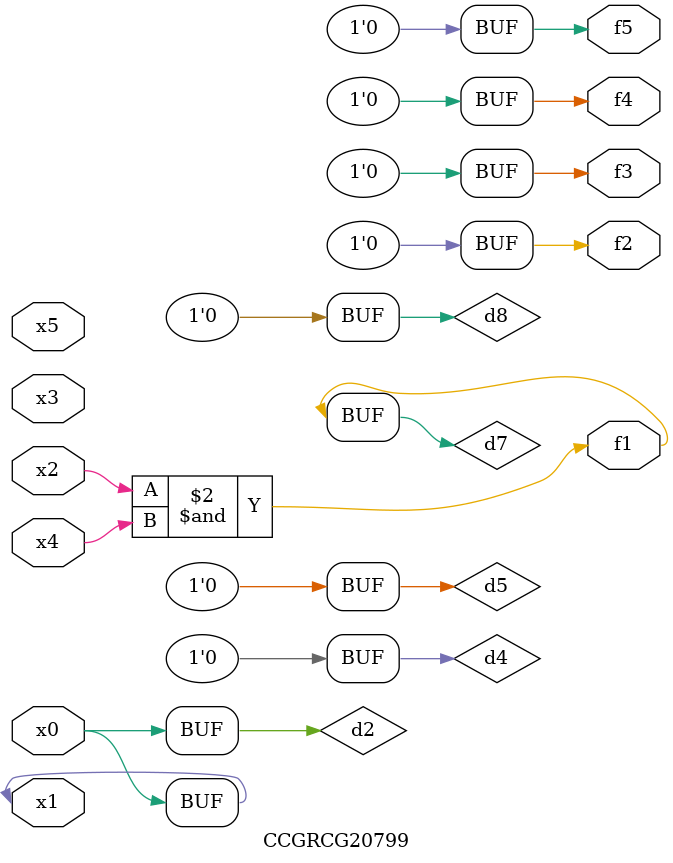
<source format=v>
module CCGRCG20799(
	input x0, x1, x2, x3, x4, x5,
	output f1, f2, f3, f4, f5
);

	wire d1, d2, d3, d4, d5, d6, d7, d8, d9;

	nand (d1, x1);
	buf (d2, x0, x1);
	nand (d3, x2, x4);
	and (d4, d1, d2);
	and (d5, d1, d2);
	nand (d6, d1, d3);
	not (d7, d3);
	xor (d8, d5);
	nor (d9, d5, d6);
	assign f1 = d7;
	assign f2 = d8;
	assign f3 = d8;
	assign f4 = d8;
	assign f5 = d8;
endmodule

</source>
